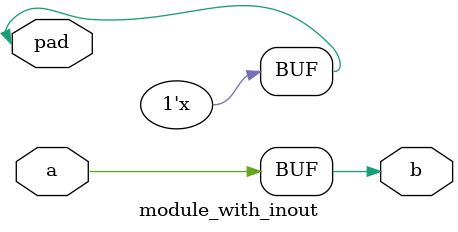
<source format=sv>
`timescale 1ns/1ps

module module_with_inout (
    input  wire a,
    output wire b,
    inout  wire pad
);

    // Simple combinational connection
    assign b = a;

    // Example bidirectional pad (tri-stated by default)
    assign pad = 1'bz;

endmodule


</source>
